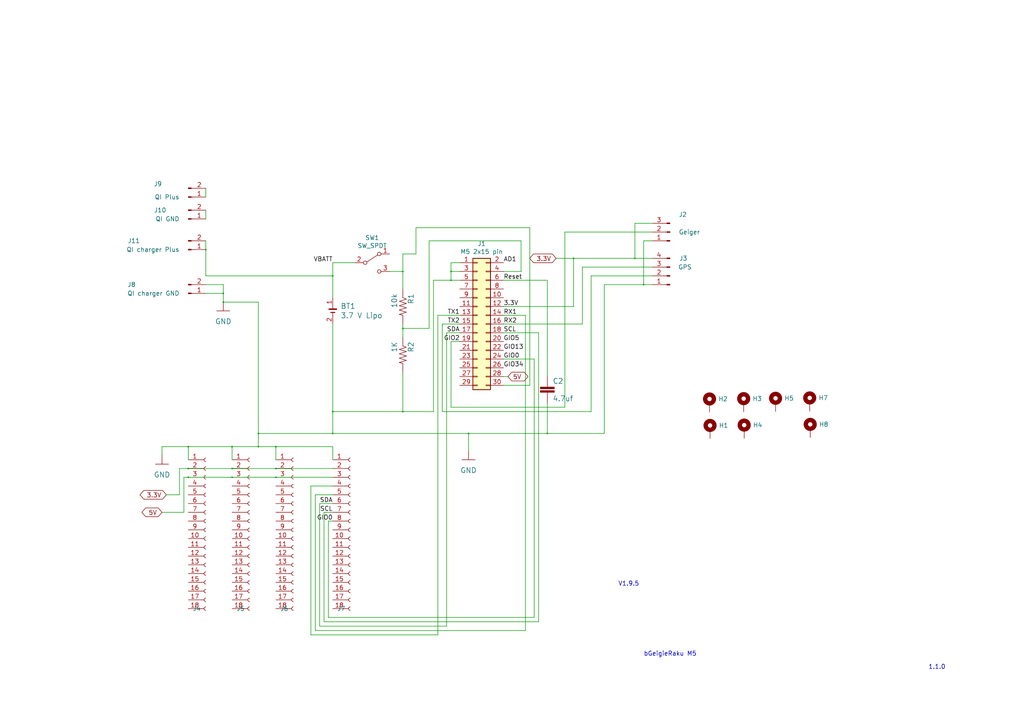
<source format=kicad_sch>
(kicad_sch (version 20200714) (host eeschema "5.99.0-unknown-ff3d5f0de~89~ubuntu20.04.1")
  (page 1 1)
  (paper "A4")
  (title_block (date "sam. 04 avril 2015"))
  (lib_symbols
    (symbol "Connector:Conn_01x02_Male" (pin_names hide)
      (property "Reference" "J" (at 0 2.54 0))
      (property "Value" "Conn_01x02_Male" (at 0 -5.08 0))
      (symbol "Conn_01x02_Male_1_1"
        (rectangle (start 0.8636 -2.413) (end 0 -2.667) (fill (type outline)))
        (rectangle (start 0.8636 0.127) (end 0 -0.127) (fill (type outline)))
        (polyline (pts (xy 1.27 -2.54) (xy 0.8636 -2.54)))
        (polyline (pts (xy 1.27 0) (xy 0.8636 0)))
        (pin passive line (at 5.08 0 180) (length 3.81) (name "Pin_1") (number "1"))
        (pin passive line (at 5.08 -2.54 180) (length 3.81) (name "Pin_2") (number "2"))
      )
    )
    (symbol "Connector:Conn_01x03_Male" (pin_names hide)
      (property "Reference" "J" (at 0 5.08 0))
      (property "Value" "Conn_01x03_Male" (at 0 -5.08 0))
      (symbol "Conn_01x03_Male_1_1"
        (rectangle (start 0.8636 -2.413) (end 0 -2.667) (fill (type outline)))
        (rectangle (start 0.8636 0.127) (end 0 -0.127) (fill (type outline)))
        (rectangle (start 0.8636 2.667) (end 0 2.413) (fill (type outline)))
        (polyline (pts (xy 1.27 -2.54) (xy 0.8636 -2.54)))
        (polyline (pts (xy 1.27 0) (xy 0.8636 0)))
        (polyline (pts (xy 1.27 2.54) (xy 0.8636 2.54)))
        (pin passive line (at 5.08 2.54 180) (length 3.81) (name "Pin_1") (number "1"))
        (pin passive line (at 5.08 0 180) (length 3.81) (name "Pin_2") (number "2"))
        (pin passive line (at 5.08 -2.54 180) (length 3.81) (name "Pin_3") (number "3"))
      )
    )
    (symbol "Connector:Conn_01x04_Male" (pin_names hide)
      (property "Reference" "J" (at 0 5.08 0))
      (property "Value" "Conn_01x04_Male" (at 0 -7.62 0))
      (symbol "Conn_01x04_Male_1_1"
        (rectangle (start 0.8636 -4.953) (end 0 -5.207) (fill (type outline)))
        (rectangle (start 0.8636 -2.413) (end 0 -2.667) (fill (type outline)))
        (rectangle (start 0.8636 0.127) (end 0 -0.127) (fill (type outline)))
        (rectangle (start 0.8636 2.667) (end 0 2.413) (fill (type outline)))
        (polyline (pts (xy 1.27 -5.08) (xy 0.8636 -5.08)))
        (polyline (pts (xy 1.27 -2.54) (xy 0.8636 -2.54)))
        (polyline (pts (xy 1.27 0) (xy 0.8636 0)))
        (polyline (pts (xy 1.27 2.54) (xy 0.8636 2.54)))
        (pin passive line (at 5.08 2.54 180) (length 3.81) (name "Pin_1") (number "1"))
        (pin passive line (at 5.08 0 180) (length 3.81) (name "Pin_2") (number "2"))
        (pin passive line (at 5.08 -2.54 180) (length 3.81) (name "Pin_3") (number "3"))
        (pin passive line (at 5.08 -5.08 180) (length 3.81) (name "Pin_4") (number "4"))
      )
    )
    (symbol "Connector:Conn_01x18_Female" (pin_names hide)
      (property "Reference" "J" (at 0 22.86 0))
      (property "Value" "Conn_01x18_Female" (at 0 -25.4 0))
      (symbol "Conn_01x18_Female_1_1"
        (arc (start 0 -22.352) (end 0 -23.368) (radius (at 0 -22.86) (length 0.508) (angles 90.1 -90.1)))
        (arc (start 0 -19.812) (end 0 -20.828) (radius (at 0 -20.32) (length 0.508) (angles 90.1 -90.1)))
        (arc (start 0 -17.272) (end 0 -18.288) (radius (at 0 -17.78) (length 0.508) (angles 90.1 -90.1)))
        (arc (start 0 -14.732) (end 0 -15.748) (radius (at 0 -15.24) (length 0.508) (angles 90.1 -90.1)))
        (arc (start 0 -12.192) (end 0 -13.208) (radius (at 0 -12.7) (length 0.508) (angles 90.1 -90.1)))
        (arc (start 0 -9.652) (end 0 -10.668) (radius (at 0 -10.16) (length 0.508) (angles 90.1 -90.1)))
        (arc (start 0 -7.112) (end 0 -8.128) (radius (at 0 -7.62) (length 0.508) (angles 90.1 -90.1)))
        (arc (start 0 -4.572) (end 0 -5.588) (radius (at 0 -5.08) (length 0.508) (angles 90.1 -90.1)))
        (arc (start 0 -2.032) (end 0 -3.048) (radius (at 0 -2.54) (length 0.508) (angles 90.1 -90.1)))
        (arc (start 0 0.508) (end 0 -0.508) (radius (at 0 0) (length 0.508) (angles 90.1 -90.1)))
        (arc (start 0 3.048) (end 0 2.032) (radius (at 0 2.54) (length 0.508) (angles 90.1 -90.1)))
        (arc (start 0 5.588) (end 0 4.572) (radius (at 0 5.08) (length 0.508) (angles 90.1 -90.1)))
        (arc (start 0 8.128) (end 0 7.112) (radius (at 0 7.62) (length 0.508) (angles 90.1 -90.1)))
        (arc (start 0 10.668) (end 0 9.652) (radius (at 0 10.16) (length 0.508) (angles 90.1 -90.1)))
        (arc (start 0 13.208) (end 0 12.192) (radius (at 0 12.7) (length 0.508) (angles 90.1 -90.1)))
        (arc (start 0 15.748) (end 0 14.732) (radius (at 0 15.24) (length 0.508) (angles 90.1 -90.1)))
        (arc (start 0 18.288) (end 0 17.272) (radius (at 0 17.78) (length 0.508) (angles 90.1 -90.1)))
        (arc (start 0 20.828) (end 0 19.812) (radius (at 0 20.32) (length 0.508) (angles 90.1 -90.1)))
        (polyline (pts (xy -1.27 -22.86) (xy -0.508 -22.86)))
        (polyline (pts (xy -1.27 -20.32) (xy -0.508 -20.32)))
        (polyline (pts (xy -1.27 -17.78) (xy -0.508 -17.78)))
        (polyline (pts (xy -1.27 -15.24) (xy -0.508 -15.24)))
        (polyline (pts (xy -1.27 -12.7) (xy -0.508 -12.7)))
        (polyline (pts (xy -1.27 -10.16) (xy -0.508 -10.16)))
        (polyline (pts (xy -1.27 -7.62) (xy -0.508 -7.62)))
        (polyline (pts (xy -1.27 -5.08) (xy -0.508 -5.08)))
        (polyline (pts (xy -1.27 -2.54) (xy -0.508 -2.54)))
        (polyline (pts (xy -1.27 0) (xy -0.508 0)))
        (polyline (pts (xy -1.27 2.54) (xy -0.508 2.54)))
        (polyline (pts (xy -1.27 5.08) (xy -0.508 5.08)))
        (polyline (pts (xy -1.27 7.62) (xy -0.508 7.62)))
        (polyline (pts (xy -1.27 10.16) (xy -0.508 10.16)))
        (polyline (pts (xy -1.27 12.7) (xy -0.508 12.7)))
        (polyline (pts (xy -1.27 15.24) (xy -0.508 15.24)))
        (polyline (pts (xy -1.27 17.78) (xy -0.508 17.78)))
        (polyline (pts (xy -1.27 20.32) (xy -0.508 20.32)))
        (pin passive line (at -5.08 20.32 0) (length 3.81) (name "Pin_1") (number "1"))
        (pin passive line (at -5.08 -2.54 0) (length 3.81) (name "Pin_10") (number "10"))
        (pin passive line (at -5.08 -5.08 0) (length 3.81) (name "Pin_11") (number "11"))
        (pin passive line (at -5.08 -7.62 0) (length 3.81) (name "Pin_12") (number "12"))
        (pin passive line (at -5.08 -10.16 0) (length 3.81) (name "Pin_13") (number "13"))
        (pin passive line (at -5.08 -12.7 0) (length 3.81) (name "Pin_14") (number "14"))
        (pin passive line (at -5.08 -15.24 0) (length 3.81) (name "Pin_15") (number "15"))
        (pin passive line (at -5.08 -17.78 0) (length 3.81) (name "Pin_16") (number "16"))
        (pin passive line (at -5.08 -20.32 0) (length 3.81) (name "Pin_17") (number "17"))
        (pin passive line (at -5.08 -22.86 0) (length 3.81) (name "Pin_18") (number "18"))
        (pin passive line (at -5.08 17.78 0) (length 3.81) (name "Pin_2") (number "2"))
        (pin passive line (at -5.08 15.24 0) (length 3.81) (name "Pin_3") (number "3"))
        (pin passive line (at -5.08 12.7 0) (length 3.81) (name "Pin_4") (number "4"))
        (pin passive line (at -5.08 10.16 0) (length 3.81) (name "Pin_5") (number "5"))
        (pin passive line (at -5.08 7.62 0) (length 3.81) (name "Pin_6") (number "6"))
        (pin passive line (at -5.08 5.08 0) (length 3.81) (name "Pin_7") (number "7"))
        (pin passive line (at -5.08 2.54 0) (length 3.81) (name "Pin_8") (number "8"))
        (pin passive line (at -5.08 0 0) (length 3.81) (name "Pin_9") (number "9"))
      )
    )
    (symbol "Connector_Generic:Conn_02x15_Odd_Even" (pin_names hide)
      (property "Reference" "J" (at 1.27 20.32 0))
      (property "Value" "Conn_02x15_Odd_Even" (at 1.27 -20.32 0))
      (symbol "Conn_02x15_Odd_Even_1_1"
        (rectangle (start -1.27 -4.953) (end 0 -5.207))
        (rectangle (start -1.27 -7.493) (end 0 -7.747))
        (rectangle (start -1.27 -10.033) (end 0 -10.287))
        (rectangle (start -1.27 -12.573) (end 0 -12.827))
        (rectangle (start -1.27 -15.113) (end 0 -15.367))
        (rectangle (start -1.27 -17.653) (end 0 -17.907))
        (rectangle (start -1.27 -2.413) (end 0 -2.667))
        (rectangle (start -1.27 2.667) (end 0 2.413))
        (rectangle (start -1.27 5.207) (end 0 4.953))
        (rectangle (start -1.27 7.747) (end 0 7.493))
        (rectangle (start -1.27 10.287) (end 0 10.033))
        (rectangle (start -1.27 0.127) (end 0 -0.127))
        (rectangle (start -1.27 12.827) (end 0 12.573))
        (rectangle (start -1.27 15.367) (end 0 15.113))
        (rectangle (start -1.27 17.907) (end 0 17.653))
        (rectangle (start -1.27 19.05) (end 3.81 -19.05) (stroke (width 0.254)) (fill (type background)))
        (rectangle (start 3.81 -4.953) (end 2.54 -5.207))
        (rectangle (start 3.81 -7.493) (end 2.54 -7.747))
        (rectangle (start 3.81 -10.033) (end 2.54 -10.287))
        (rectangle (start 3.81 -12.573) (end 2.54 -12.827))
        (rectangle (start 3.81 -15.113) (end 2.54 -15.367))
        (rectangle (start 3.81 -17.653) (end 2.54 -17.907))
        (rectangle (start 3.81 -2.413) (end 2.54 -2.667))
        (rectangle (start 3.81 2.667) (end 2.54 2.413))
        (rectangle (start 3.81 5.207) (end 2.54 4.953))
        (rectangle (start 3.81 7.747) (end 2.54 7.493))
        (rectangle (start 3.81 10.287) (end 2.54 10.033))
        (rectangle (start 3.81 0.127) (end 2.54 -0.127))
        (rectangle (start 3.81 12.827) (end 2.54 12.573))
        (rectangle (start 3.81 15.367) (end 2.54 15.113))
        (rectangle (start 3.81 17.907) (end 2.54 17.653))
        (pin passive line (at -5.08 17.78 0) (length 3.81) (name "Pin_1") (number "1"))
        (pin passive line (at 7.62 7.62 180) (length 3.81) (name "Pin_10") (number "10"))
        (pin passive line (at -5.08 5.08 0) (length 3.81) (name "Pin_11") (number "11"))
        (pin passive line (at 7.62 5.08 180) (length 3.81) (name "Pin_12") (number "12"))
        (pin passive line (at -5.08 2.54 0) (length 3.81) (name "Pin_13") (number "13"))
        (pin passive line (at 7.62 2.54 180) (length 3.81) (name "Pin_14") (number "14"))
        (pin passive line (at -5.08 0 0) (length 3.81) (name "Pin_15") (number "15"))
        (pin passive line (at 7.62 0 180) (length 3.81) (name "Pin_16") (number "16"))
        (pin passive line (at -5.08 -2.54 0) (length 3.81) (name "Pin_17") (number "17"))
        (pin passive line (at 7.62 -2.54 180) (length 3.81) (name "Pin_18") (number "18"))
        (pin passive line (at -5.08 -5.08 0) (length 3.81) (name "Pin_19") (number "19"))
        (pin passive line (at 7.62 17.78 180) (length 3.81) (name "Pin_2") (number "2"))
        (pin passive line (at 7.62 -5.08 180) (length 3.81) (name "Pin_20") (number "20"))
        (pin passive line (at -5.08 -7.62 0) (length 3.81) (name "Pin_21") (number "21"))
        (pin passive line (at 7.62 -7.62 180) (length 3.81) (name "Pin_22") (number "22"))
        (pin passive line (at -5.08 -10.16 0) (length 3.81) (name "Pin_23") (number "23"))
        (pin passive line (at 7.62 -10.16 180) (length 3.81) (name "Pin_24") (number "24"))
        (pin passive line (at -5.08 -12.7 0) (length 3.81) (name "Pin_25") (number "25"))
        (pin passive line (at 7.62 -12.7 180) (length 3.81) (name "Pin_26") (number "26"))
        (pin passive line (at -5.08 -15.24 0) (length 3.81) (name "Pin_27") (number "27"))
        (pin passive line (at 7.62 -15.24 180) (length 3.81) (name "Pin_28") (number "28"))
        (pin passive line (at -5.08 -17.78 0) (length 3.81) (name "Pin_29") (number "29"))
        (pin passive line (at -5.08 15.24 0) (length 3.81) (name "Pin_3") (number "3"))
        (pin passive line (at 7.62 -17.78 180) (length 3.81) (name "Pin_30") (number "30"))
        (pin passive line (at 7.62 15.24 180) (length 3.81) (name "Pin_4") (number "4"))
        (pin passive line (at -5.08 12.7 0) (length 3.81) (name "Pin_5") (number "5"))
        (pin passive line (at 7.62 12.7 180) (length 3.81) (name "Pin_6") (number "6"))
        (pin passive line (at -5.08 10.16 0) (length 3.81) (name "Pin_7") (number "7"))
        (pin passive line (at 7.62 10.16 180) (length 3.81) (name "Pin_8") (number "8"))
        (pin passive line (at -5.08 7.62 0) (length 3.81) (name "Pin_9") (number "9"))
      )
    )
    (symbol "Mechanical:MountingHole_Pad" (pin_numbers hide) (pin_names hide)
      (property "Reference" "H" (at 0 6.35 0))
      (property "Value" "MountingHole_Pad" (at 0 4.445 0))
      (symbol "MountingHole_Pad_0_1"
        (circle (center 0 1.27) (radius 1.27) (stroke (width 1.27)))
      )
      (symbol "MountingHole_Pad_1_1"
        (pin input line (at 0 -2.54 90) (length 2.54) (name "1") (number "1"))
      )
    )
    (symbol "Switch:SW_SPDT" (pin_names (offset 0) hide)
      (property "Reference" "SW" (at 0 4.318 0))
      (property "Value" "SW_SPDT" (at 0 -5.08 0))
      (symbol "SW_SPDT_0_0"
        (circle (center -2.032 0) (radius 0.508))
        (circle (center 2.032 -2.54) (radius 0.508))
      )
      (symbol "SW_SPDT_0_1"
        (circle (center 2.032 2.54) (radius 0.508))
        (polyline (pts (xy -1.524 0.254) (xy 1.651 2.286)))
      )
      (symbol "SW_SPDT_1_1"
        (pin passive line (at 5.08 2.54 180) (length 2.54) (name "A") (number "1"))
        (pin passive line (at -5.08 0 0) (length 2.54) (name "B") (number "2"))
        (pin passive line (at 5.08 -2.54 180) (length 2.54) (name "C") (number "3"))
      )
    )
    (symbol "bGeigieRaku-V2-rescue:BATTERY-akizuki-M5_board-rescue" (pin_names hide)
      (property "Reference" "BT" (at 0 -7.62 0))
      (property "Value" "BATTERY-akizuki-M5_board-rescue" (at 0 6.35 0))
      (symbol "BATTERY-akizuki-M5_board-rescue_0_1"
        (rectangle (start -1.143 0.635) (end 1.143 0.381) (fill (type outline)))
        (rectangle (start -0.635 -0.381) (end 0.635 -0.508))
        (polyline (pts (xy 0 -0.508) (xy 0 -1.27)))
        (polyline (pts (xy 0 1.27) (xy 0 0.635)))
      )
      (symbol "BATTERY-akizuki-M5_board-rescue_1_1"
        (pin input line (at 0 3.81 270) (length 2.54) (name "+") (number "1"))
        (pin input line (at 0 -3.81 90) (length 2.54) (name "-") (number "2"))
      )
    )
    (symbol "bGeigieRaku-V2-rescue:GND-bGeigieNano_V1.1.5" (power)
      (property "Value" "GND-bGeigieNano_V1.1.5" (at 0 -0.254 0))
      (symbol "GND-bGeigieNano_V1.1.5_1_0"
        (polyline (pts (xy -1.905 0) (xy 1.905 0)))
        (pin power_in line (at 0 2.54 270) (length 2.54) (name "GND") (number "1"))
      )
    )
    (symbol "bGeigieRaku-V2-rescue:bGeigieNano_V1.1.5-eagle-import_C-EU025-024X044-bGeigieNano_V1.1.5-cache"
      (property "Reference" "C" (at 1.524 0.381 0))
      (property "Value" "bGeigieNano_V1.1.5-eagle-import_C-EU025-024X044-bGeigieNano_V1.1.5-cache" (at 1.524 -4.699 0))
      (symbol "bGeigieNano_V1.1.5-eagle-import_C-EU025-024X044-bGeigieNano_V1.1.5-cache_1_0"
        (rectangle (start -2.032 -2.032) (end 2.032 -1.524) (fill (type outline)))
        (rectangle (start -2.032 -1.016) (end 2.032 -0.508) (fill (type outline)))
        (polyline (pts (xy 0 -2.54) (xy 0 -2.032)))
        (polyline (pts (xy 0 0) (xy 0 -0.508)))
        (pin passive line (at 0 2.54 270) (length 2.54) (name "1") (number "1"))
        (pin passive line (at 0 -5.08 90) (length 2.54) (name "2") (number "2"))
      )
    )
    (symbol "bGeigieRaku-V2-rescue:bGeigieNano_V1.1.5-eagle-import_R-US_0207_10-bGeigieNano_V1.1.5-cache"
      (property "Reference" "R" (at -3.81 1.4986 0))
      (property "Value" "bGeigieNano_V1.1.5-eagle-import_R-US_0207_10-bGeigieNano_V1.1.5-cache" (at -3.81 -3.302 0))
      (symbol "bGeigieNano_V1.1.5-eagle-import_R-US_0207_10-bGeigieNano_V1.1.5-cache_1_0"
        (polyline (pts (xy -2.54 0) (xy -2.159 1.016)))
        (polyline (pts (xy -2.159 1.016) (xy -1.524 -1.016)))
        (polyline (pts (xy -1.524 -1.016) (xy -0.889 1.016)))
        (polyline (pts (xy -0.889 1.016) (xy -0.254 -1.016)))
        (polyline (pts (xy -0.254 -1.016) (xy 0.381 1.016)))
        (polyline (pts (xy 0.381 1.016) (xy 1.016 -1.016)))
        (polyline (pts (xy 1.016 -1.016) (xy 1.651 1.016)))
        (polyline (pts (xy 1.651 1.016) (xy 2.286 -1.016)))
        (polyline (pts (xy 2.286 -1.016) (xy 2.54 0)))
        (pin passive line (at -5.08 0 0) (length 2.54) (name "1") (number "1"))
        (pin passive line (at 5.08 0 180) (length 2.54) (name "2") (number "2"))
      )
    )
  )
  (junction (at 54.61 129.54) (diameter 0.3048))
  (junction (at 54.61 135.89) (diameter 0.3048))
  (junction (at 54.61 138.43) (diameter 0.3048))
  (junction (at 59.69 72.39) (diameter 0.3048))
  (junction (at 64.77 85.09) (diameter 0.3048))
  (junction (at 64.77 87.63) (diameter 0.3048))
  (junction (at 67.31 129.54) (diameter 0.3048))
  (junction (at 67.31 135.89) (diameter 0.3048))
  (junction (at 67.31 138.43) (diameter 0.3048))
  (junction (at 74.93 125.73) (diameter 0.3048))
  (junction (at 74.93 129.54) (diameter 0.3048))
  (junction (at 80.01 129.54) (diameter 0.3048))
  (junction (at 80.01 135.89) (diameter 0.3048))
  (junction (at 80.01 138.43) (diameter 0.3048))
  (junction (at 96.52 80.01) (diameter 0.3048))
  (junction (at 96.52 119.38) (diameter 0.3048))
  (junction (at 96.52 125.73) (diameter 0.3048))
  (junction (at 116.84 78.74) (diameter 0.3048))
  (junction (at 116.84 95.25) (diameter 0.3048))
  (junction (at 116.84 119.38) (diameter 0.3048))
  (junction (at 130.81 78.74) (diameter 0.3048))
  (junction (at 130.81 81.28) (diameter 0.3048))
  (junction (at 135.89 125.73) (diameter 0.3048))
  (junction (at 158.75 125.73) (diameter 0.3048))
  (junction (at 166.37 74.93) (diameter 0.3048))
  (junction (at 184.15 74.93) (diameter 0.3048))
  (junction (at 186.69 82.55) (diameter 0.3048))
  (wire (pts (xy 46.99 129.54) (xy 54.61 129.54)))
  (wire (pts (xy 46.99 132.08) (xy 46.99 129.54)))
  (wire (pts (xy 48.26 143.51) (xy 52.07 143.51)))
  (wire (pts (xy 52.07 135.89) (xy 54.61 135.89)))
  (wire (pts (xy 52.07 143.51) (xy 52.07 135.89)))
  (wire (pts (xy 53.34 138.43) (xy 53.34 148.59)))
  (wire (pts (xy 53.34 138.43) (xy 54.61 138.43)))
  (wire (pts (xy 53.34 148.59) (xy 46.99 148.59)))
  (wire (pts (xy 54.61 129.54) (xy 54.61 133.35)))
  (wire (pts (xy 54.61 135.89) (xy 67.31 135.89)))
  (wire (pts (xy 54.61 138.43) (xy 67.31 138.43)))
  (wire (pts (xy 59.69 54.61) (xy 59.69 57.15)))
  (wire (pts (xy 59.69 60.96) (xy 59.69 63.5)))
  (wire (pts (xy 59.69 69.85) (xy 59.69 72.39)))
  (wire (pts (xy 59.69 72.39) (xy 59.69 80.01)))
  (wire (pts (xy 59.69 80.01) (xy 96.52 80.01)))
  (wire (pts (xy 59.69 82.55) (xy 64.77 82.55)))
  (wire (pts (xy 59.69 85.09) (xy 64.77 85.09)))
  (wire (pts (xy 64.77 82.55) (xy 64.77 85.09)))
  (wire (pts (xy 64.77 85.09) (xy 64.77 87.63)))
  (wire (pts (xy 64.77 87.63) (xy 74.93 87.63)))
  (wire (pts (xy 67.31 129.54) (xy 54.61 129.54)))
  (wire (pts (xy 67.31 129.54) (xy 74.93 129.54)))
  (wire (pts (xy 67.31 133.35) (xy 67.31 129.54)))
  (wire (pts (xy 67.31 135.89) (xy 80.01 135.89)))
  (wire (pts (xy 67.31 138.43) (xy 80.01 138.43)))
  (wire (pts (xy 74.93 87.63) (xy 74.93 125.73)))
  (wire (pts (xy 74.93 125.73) (xy 74.93 129.54)))
  (wire (pts (xy 74.93 125.73) (xy 96.52 125.73)))
  (wire (pts (xy 74.93 129.54) (xy 80.01 129.54)))
  (wire (pts (xy 80.01 129.54) (xy 80.01 133.35)))
  (wire (pts (xy 80.01 129.54) (xy 96.52 129.54)))
  (wire (pts (xy 80.01 135.89) (xy 96.52 135.89)))
  (wire (pts (xy 80.01 138.43) (xy 96.52 138.43)))
  (wire (pts (xy 90.17 140.97) (xy 96.52 140.97)))
  (wire (pts (xy 90.17 184.15) (xy 90.17 140.97)))
  (wire (pts (xy 90.17 184.15) (xy 127 184.15)))
  (wire (pts (xy 91.44 143.51) (xy 96.52 143.51)))
  (wire (pts (xy 91.44 182.88) (xy 91.44 143.51)))
  (wire (pts (xy 92.71 146.05) (xy 96.52 146.05)))
  (wire (pts (xy 92.71 181.61) (xy 92.71 146.05)))
  (wire (pts (xy 93.98 148.59) (xy 96.52 148.59)))
  (wire (pts (xy 93.98 180.34) (xy 93.98 148.59)))
  (wire (pts (xy 95.25 151.13) (xy 96.52 151.13)))
  (wire (pts (xy 95.25 179.07) (xy 95.25 151.13)))
  (wire (pts (xy 96.52 76.2) (xy 96.52 80.01)))
  (wire (pts (xy 96.52 76.2) (xy 102.87 76.2)))
  (wire (pts (xy 96.52 80.01) (xy 96.52 86.36)))
  (wire (pts (xy 96.52 119.38) (xy 96.52 93.98)))
  (wire (pts (xy 96.52 119.38) (xy 116.84 119.38)))
  (wire (pts (xy 96.52 125.73) (xy 96.52 119.38)))
  (wire (pts (xy 96.52 129.54) (xy 96.52 133.35)))
  (wire (pts (xy 113.03 78.74) (xy 116.84 78.74)))
  (wire (pts (xy 116.84 73.66) (xy 116.84 78.74)))
  (wire (pts (xy 116.84 73.66) (xy 120.65 73.66)))
  (wire (pts (xy 116.84 78.74) (xy 116.84 83.82)))
  (wire (pts (xy 116.84 93.98) (xy 116.84 95.25)))
  (wire (pts (xy 116.84 95.25) (xy 116.84 97.79)))
  (wire (pts (xy 116.84 95.25) (xy 124.46 95.25)))
  (wire (pts (xy 116.84 107.95) (xy 116.84 119.38)))
  (wire (pts (xy 116.84 119.38) (xy 125.73 119.38)))
  (wire (pts (xy 120.65 66.04) (xy 153.67 66.04)))
  (wire (pts (xy 120.65 73.66) (xy 120.65 66.04)))
  (wire (pts (xy 124.46 69.85) (xy 124.46 95.25)))
  (wire (pts (xy 124.46 69.85) (xy 151.13 69.85)))
  (wire (pts (xy 125.73 81.28) (xy 130.81 81.28)))
  (wire (pts (xy 125.73 119.38) (xy 125.73 81.28)))
  (wire (pts (xy 127 91.44) (xy 127 184.15)))
  (wire (pts (xy 127 91.44) (xy 133.35 91.44)))
  (wire (pts (xy 128.27 93.98) (xy 133.35 93.98)))
  (wire (pts (xy 128.27 119.38) (xy 128.27 93.98)))
  (wire (pts (xy 129.54 96.52) (xy 129.54 181.61)))
  (wire (pts (xy 129.54 181.61) (xy 92.71 181.61)))
  (wire (pts (xy 130.81 76.2) (xy 133.35 76.2)))
  (wire (pts (xy 130.81 78.74) (xy 130.81 76.2)))
  (wire (pts (xy 130.81 78.74) (xy 133.35 78.74)))
  (wire (pts (xy 130.81 81.28) (xy 130.81 78.74)))
  (wire (pts (xy 130.81 81.28) (xy 133.35 81.28)))
  (wire (pts (xy 130.81 99.06) (xy 133.35 99.06)))
  (wire (pts (xy 130.81 118.11) (xy 130.81 99.06)))
  (wire (pts (xy 130.81 118.11) (xy 163.83 118.11)))
  (wire (pts (xy 133.35 96.52) (xy 129.54 96.52)))
  (wire (pts (xy 135.89 125.73) (xy 96.52 125.73)))
  (wire (pts (xy 135.89 130.81) (xy 135.89 125.73)))
  (wire (pts (xy 146.05 78.74) (xy 151.13 78.74)))
  (wire (pts (xy 146.05 81.28) (xy 158.75 81.28)))
  (wire (pts (xy 146.05 88.9) (xy 166.37 88.9)))
  (wire (pts (xy 146.05 91.44) (xy 152.4 91.44)))
  (wire (pts (xy 146.05 96.52) (xy 156.21 96.52)))
  (wire (pts (xy 146.05 104.14) (xy 154.94 104.14)))
  (wire (pts (xy 146.05 109.22) (xy 147.32 109.22)))
  (wire (pts (xy 151.13 69.85) (xy 151.13 78.74)))
  (wire (pts (xy 152.4 91.44) (xy 152.4 182.88)))
  (wire (pts (xy 152.4 182.88) (xy 91.44 182.88)))
  (wire (pts (xy 153.67 66.04) (xy 153.67 111.76)))
  (wire (pts (xy 153.67 111.76) (xy 146.05 111.76)))
  (wire (pts (xy 154.94 104.14) (xy 154.94 179.07)))
  (wire (pts (xy 154.94 179.07) (xy 95.25 179.07)))
  (wire (pts (xy 156.21 96.52) (xy 156.21 180.34)))
  (wire (pts (xy 156.21 180.34) (xy 93.98 180.34)))
  (wire (pts (xy 158.75 81.28) (xy 158.75 109.22)))
  (wire (pts (xy 158.75 116.84) (xy 158.75 125.73)))
  (wire (pts (xy 158.75 125.73) (xy 135.89 125.73)))
  (wire (pts (xy 161.29 74.93) (xy 166.37 74.93)))
  (wire (pts (xy 163.83 67.31) (xy 163.83 118.11)))
  (wire (pts (xy 166.37 74.93) (xy 184.15 74.93)))
  (wire (pts (xy 166.37 88.9) (xy 166.37 74.93)))
  (wire (pts (xy 168.91 77.47) (xy 168.91 93.98)))
  (wire (pts (xy 168.91 93.98) (xy 146.05 93.98)))
  (wire (pts (xy 171.45 80.01) (xy 171.45 119.38)))
  (wire (pts (xy 171.45 119.38) (xy 128.27 119.38)))
  (wire (pts (xy 175.26 82.55) (xy 175.26 125.73)))
  (wire (pts (xy 175.26 125.73) (xy 158.75 125.73)))
  (wire (pts (xy 184.15 64.77) (xy 189.23 64.77)))
  (wire (pts (xy 184.15 74.93) (xy 184.15 64.77)))
  (wire (pts (xy 184.15 74.93) (xy 189.23 74.93)))
  (wire (pts (xy 186.69 69.85) (xy 189.23 69.85)))
  (wire (pts (xy 186.69 82.55) (xy 175.26 82.55)))
  (wire (pts (xy 186.69 82.55) (xy 186.69 69.85)))
  (wire (pts (xy 189.23 67.31) (xy 163.83 67.31)))
  (wire (pts (xy 189.23 77.47) (xy 168.91 77.47)))
  (wire (pts (xy 189.23 80.01) (xy 171.45 80.01)))
  (wire (pts (xy 189.23 82.55) (xy 186.69 82.55)))
  (text "\n" (at 179.07 175.26 0) (effects (font (size 1.27 1.27)) (justify left bottom)))
  (text "V1.9.5" (at 185.42 170.18 180) (effects (font (size 1.27 1.27)) (justify right bottom)))
  (text "bGeigieRaku M5" (at 186.69 190.5 0) (effects (font (size 1.27 1.27)) (justify left bottom)))
  (text "1.1.0" (at 269.24 194.31 0) (effects (font (size 1.27 1.27)) (justify left bottom)))
  (label "VBATT" (at 96.52 76.2 180))
  (label "SDA" (at 96.52 146.05 180))
  (label "SCL" (at 96.52 148.59 180))
  (label "GIO0" (at 96.52 151.13 180))
  (label "TX1" (at 133.35 91.44 180))
  (label "TX2" (at 133.35 93.98 180))
  (label "SDA" (at 133.35 96.52 180))
  (label "GIO2" (at 133.35 99.06 180))
  (label "AD1" (at 146.05 76.2 0))
  (label "Reset" (at 146.05 81.28 0))
  (label "3.3V" (at 146.05 88.9 0))
  (label "RX1" (at 146.05 91.44 0))
  (label "RX2" (at 146.05 93.98 0))
  (label "SCL" (at 146.05 96.52 0))
  (label "GIO5" (at 146.05 99.06 0))
  (label "GIO13" (at 146.05 101.6 0))
  (label "GIO0" (at 146.05 104.14 0))
  (label "GIO34" (at 146.05 106.68 0))
  (global_label "5V" (shape bidirectional) (at 46.99 148.59 180))
  (global_label "3.3V" (shape bidirectional) (at 48.26 143.51 180))
  (global_label "5V" (shape bidirectional) (at 147.32 109.22 0))
  (global_label "3.3V" (shape bidirectional) (at 161.29 74.93 180))
  (symbol (lib_id "bGeigieRaku-V2-rescue:GND-bGeigieNano_V1.1.5") (at 46.99 134.62 0) (unit 1)
    (property "Reference" "#GND04" (effects hide))
    (property "Value" "GND" (at 46.99 137.6934 0) (effects (font (size 1.4986 1.4986))))
  )
  (symbol (lib_id "bGeigieRaku-V2-rescue:GND-bGeigieNano_V1.1.5") (at 64.77 90.17 0) (unit 1)
    (property "Reference" "#GND0101" (effects hide))
    (property "Value" "GND" (at 64.77 93.2434 0) (effects (font (size 1.4986 1.4986))))
  )
  (symbol (lib_id "bGeigieRaku-V2-rescue:GND-bGeigieNano_V1.1.5") (at 135.89 133.35 0) (unit 1)
    (property "Reference" "#GND01" (effects hide))
    (property "Value" "GND" (at 135.89 136.4234 0) (effects (font (size 1.4986 1.4986))))
  )
  (symbol (lib_id "bGeigieRaku-V2-rescue:BATTERY-akizuki-M5_board-rescue") (at 96.52 90.17 0) (unit 1)
    (property "Reference" "BT1" (at 98.7552 88.7984 0) (effects (font (size 1.524 1.524)) (justify left)))
    (property "Value" " 3.7 V Lipo" (at 98.7552 91.5162 0) (effects (font (size 1.524 1.524)) (justify left)))
    (property "Footprint" "Battery_Holders:BATTERY_18650-HOLDER" (effects hide))
  )
  (symbol (lib_id "bGeigieRaku-V2-rescue:bGeigieNano_V1.1.5-eagle-import_R-US_0207_10-bGeigieNano_V1.1.5-cache") (at 116.84 88.9 270) (unit 1)
    (property "Reference" "R1" (at 118.3386 85.09 0) (effects (font (size 1.4986 1.4986)) (justify left bottom)))
    (property "Value" "10k" (at 113.538 85.09 0) (effects (font (size 1.4986 1.4986)) (justify left bottom)))
    (property "Footprint" "bGeigieNano V1.1.5:0207_10" (effects hide))
  )
  (symbol (lib_id "bGeigieRaku-V2-rescue:bGeigieNano_V1.1.5-eagle-import_R-US_0207_10-bGeigieNano_V1.1.5-cache") (at 116.84 102.87 270) (unit 1)
    (property "Reference" "R2" (at 118.3386 99.06 0) (effects (font (size 1.4986 1.4986)) (justify left bottom)))
    (property "Value" "1K" (at 113.538 99.06 0) (effects (font (size 1.4986 1.4986)) (justify left bottom)))
    (property "Footprint" "bGeigieNano V1.1.5:0207_10" (effects hide))
  )
  (symbol (lib_id "Mechanical:MountingHole_Pad") (at 205.7908 116.9924 0) (unit 1)
    (property "Reference" "H2" (at 208.3309 115.716 0) (effects (justify left)))
    (property "Value" "MountingHole_Pad" (effects hide))
    (property "Footprint" "MountingHole:MountingHole_3.2mm_M3" (effects hide))
  )
  (symbol (lib_id "Mechanical:MountingHole_Pad") (at 205.9432 124.6632 0) (unit 1)
    (property "Reference" "H1" (at 208.4833 123.3868 0) (effects (justify left)))
    (property "Value" "MountingHole_Pad" (effects hide))
    (property "Footprint" "MountingHole:MountingHole_3.2mm_M3" (effects hide))
  )
  (symbol (lib_id "Mechanical:MountingHole_Pad") (at 215.6968 116.8908 0) (unit 1)
    (property "Reference" "H3" (at 218.2369 115.6144 0) (effects (justify left)))
    (property "Value" "MountingHole_Pad" (effects hide))
    (property "Footprint" "MountingHole:MountingHole_3.2mm_M3" (effects hide))
  )
  (symbol (lib_id "Mechanical:MountingHole_Pad") (at 215.8492 124.5616 0) (unit 1)
    (property "Reference" "H4" (at 218.3893 123.2852 0) (effects (justify left)))
    (property "Value" "MountingHole_Pad" (effects hide))
    (property "Footprint" "MountingHole:MountingHole_3.2mm_M3" (effects hide))
  )
  (symbol (lib_id "Mechanical:MountingHole_Pad") (at 224.9424 116.7892 0) (unit 1)
    (property "Reference" "H5" (at 227.4825 115.5128 0) (effects (justify left)))
    (property "Value" "MountingHole_Pad" (effects hide))
    (property "Footprint" "MountingHole:MountingHole_3.2mm_M3" (effects hide))
  )
  (symbol (lib_id "Mechanical:MountingHole_Pad") (at 234.8484 116.6876 0) (unit 1)
    (property "Reference" "H7" (at 237.3885 115.4112 0) (effects (justify left)))
    (property "Value" "MountingHole_Pad" (effects hide))
    (property "Footprint" "MountingHole:MountingHole_3.2mm_M3" (effects hide))
  )
  (symbol (lib_id "Mechanical:MountingHole_Pad") (at 235.0008 124.3584 0) (unit 1)
    (property "Reference" "H8" (at 237.5409 123.082 0) (effects (justify left)))
    (property "Value" "MountingHole_Pad" (effects hide))
    (property "Footprint" "MountingHole:MountingHole_3.2mm_M3" (effects hide))
  )
  (symbol (lib_id "Connector:Conn_01x02_Male") (at 54.61 57.15 0) (mirror x) (unit 1)
    (property "Reference" "J9" (at 46.99 53.34 0) (effects (justify right)))
    (property "Value" "QI Plus" (at 52.07 57.15 0) (effects (justify right)))
    (property "Footprint" "Connector_PinHeader_2.54mm:PinHeader_1x02_P2.54mm_Vertical" (effects hide))
  )
  (symbol (lib_id "Connector:Conn_01x02_Male") (at 54.61 63.5 0) (mirror x) (unit 1)
    (property "Reference" "J10" (at 48.26 60.96 0) (effects (justify right)))
    (property "Value" "QI GND" (at 52.07 63.5 0) (effects (justify right)))
    (property "Footprint" "Connector_PinHeader_2.54mm:PinHeader_1x02_P2.54mm_Vertical" (effects hide))
  )
  (symbol (lib_id "Connector:Conn_01x02_Male") (at 54.61 72.39 0) (mirror x) (unit 1)
    (property "Reference" "J11" (at 40.64 69.85 0) (effects (justify right)))
    (property "Value" "QI charger Plus" (at 52.07 72.39 0) (effects (justify right)))
    (property "Footprint" "Connector_PinHeader_2.54mm:PinHeader_1x02_P2.54mm_Vertical" (effects hide))
  )
  (symbol (lib_id "Connector:Conn_01x02_Male") (at 54.61 85.09 0) (mirror x) (unit 1)
    (property "Reference" "J8" (at 39.37 82.55 0) (effects (justify right)))
    (property "Value" "QI charger GND" (at 52.07 85.09 0) (effects (justify right)))
    (property "Footprint" "Connector_PinHeader_2.54mm:PinHeader_1x02_P2.54mm_Vertical" (effects hide))
  )
  (symbol (lib_id "bGeigieRaku-V2-rescue:bGeigieNano_V1.1.5-eagle-import_C-EU025-024X044-bGeigieNano_V1.1.5-cache") (at 158.75 111.76 0) (unit 1)
    (property "Reference" "C2" (at 160.274 111.379 0) (effects (font (size 1.4986 1.4986)) (justify left bottom)))
    (property "Value" "4.7uf" (at 160.274 116.459 0) (effects (font (size 1.4986 1.4986)) (justify left bottom)))
    (property "Footprint" "bGeigieNano V1.1.5:C025-024X044" (effects hide))
  )
  (symbol (lib_id "Connector:Conn_01x03_Male") (at 194.31 67.31 180) (unit 1)
    (property "Reference" "J2" (at 196.85 62.23 0) (effects (justify right)))
    (property "Value" "Geiger" (at 196.85 67.31 0) (effects (justify right)))
    (property "Footprint" "Connector_PinHeader_2.54mm:PinHeader_1x03_P2.54mm_Horizontal" (effects hide))
  )
  (symbol (lib_id "Connector:Conn_01x04_Male") (at 194.31 80.01 180) (unit 1)
    (property "Reference" "J3" (at 199.39 74.93 0) (effects (justify left)))
    (property "Value" "GPS" (at 200.66 77.47 0) (effects (justify left)))
    (property "Footprint" "Connector_PinHeader_2.54mm:PinHeader_1x04_P2.54mm_Horizontal" (effects hide))
  )
  (symbol (lib_id "Switch:SW_SPDT") (at 107.95 76.2 0) (unit 1)
    (property "Reference" "SW1" (at 107.95 68.961 0))
    (property "Value" "SW_SPDT" (at 107.95 71.2724 0))
    (property "Footprint" "bGeigieNanoKit V1.1r5a:EG1206" (effects hide))
  )
  (symbol (lib_id "Connector:Conn_01x18_Female") (at 59.69 153.67 0) (unit 1)
    (property "Reference" "J4" (at 55.88 176.53 0) (effects (justify left)))
    (property "Value" "Conn_01x14_Female" (effects hide))
    (property "Footprint" "Connector_PinHeader_2.54mm:PinHeader_1x18_P2.54mm_Vertical" (effects hide))
  )
  (symbol (lib_id "Connector:Conn_01x18_Female") (at 72.39 153.67 0) (unit 1)
    (property "Reference" "J5" (at 68.58 176.53 0) (effects (justify left)))
    (property "Value" "Conn_01x14_Female" (effects hide))
    (property "Footprint" "Connector_PinHeader_2.54mm:PinHeader_1x18_P2.54mm_Vertical" (effects hide))
  )
  (symbol (lib_id "Connector:Conn_01x18_Female") (at 85.09 153.67 0) (unit 1)
    (property "Reference" "J6" (at 81.28 176.53 0) (effects (justify left)))
    (property "Value" "Conn_01x14_Female" (effects hide))
    (property "Footprint" "Connector_PinHeader_2.54mm:PinHeader_1x18_P2.54mm_Vertical" (effects hide))
  )
  (symbol (lib_id "Connector:Conn_01x18_Female") (at 101.6 153.67 0) (unit 1)
    (property "Reference" "J7" (at 97.79 176.53 0) (effects (justify left)))
    (property "Value" "Conn_01x14_Female" (effects hide))
    (property "Footprint" "Connector_PinHeader_2.54mm:PinHeader_1x18_P2.54mm_Vertical" (effects hide))
  )
  (symbol (lib_id "Connector_Generic:Conn_02x15_Odd_Even") (at 138.43 93.98 0) (unit 1)
    (property "Reference" "J1" (at 139.7 70.6882 0))
    (property "Value" "M5 2x15 pin" (at 139.7 72.9996 0))
    (property "Footprint" "Connector_PinHeader_2.54mm:PinHeader_2x15_P2.54mm_Vertical" (effects hide))
  )
)
</source>
